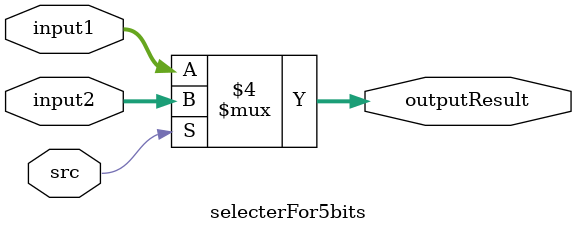
<source format=v>
`timescale 1ns / 1ps


module selecterFor5bits(
    input src,
    input[4:0] input1,
    input[4:0] input2,
    output reg[4:0] outputResult
    );
    always@(src or input1 or input2)
    begin
        if(src == 0)
        begin
            outputResult <= input1;
        end
        else
        begin
            outputResult <= input2;
        end
    end
endmodule

</source>
